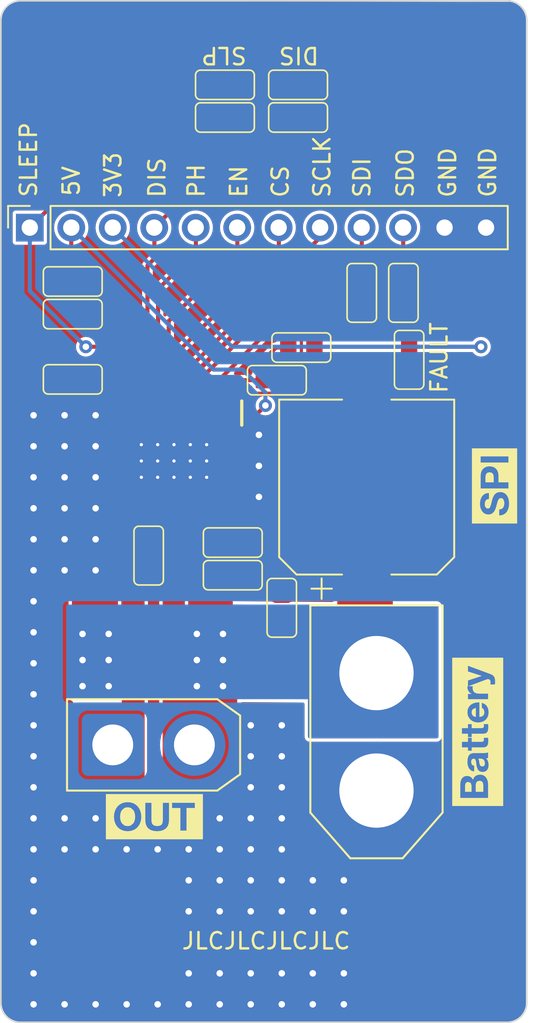
<source format=kicad_pcb>
(kicad_pcb (version 20221018) (generator pcbnew)
  (layers (0 "F.Cu" signal) (31 "B.Cu" signal) (34 "B.Paste" user) (35 "F.Paste" user) (36 "B.SilkS" user "B.Silkscreen") (37 "F.SilkS" user "F.Silkscreen") (38 "B.Mask" user) (39 "F.Mask" user) (44 "Edge.Cuts" user))
  (net 0 "")
  (net 1 "GND")
  (net 2 "+3V3")
  (net 3 "+12V")
  (net 4 "+5V")
  (net 5 "Net-(U1-CPH)")
  (net 6 "Net-(U1-CPL)")
  (net 7 "/OUT1")
  (net 8 "/OUT2")
  (net 9 "/nFAULT")
  (net 10 "/nSLEEP")
  (net 11 "Net-(U1-SRC_1)")
  (net 12 "/M SDO")
  (net 13 "/M SDI")
  (net 14 "/M SCLK")
  (net 15 "/EN{slash}IN1")
  (net 16 "/PH{slash}IN2")
  (net 17 "/DISABLE")
  (net 18 "/M CS")
  (net 19 "Net-(U1-SDO)")
  (net 20 "Net-(U1-SDI)")
  (net 21 "Net-(D1-K)")
  (net 22 "/VCP")
  (net 23 "/IPROPI2")
  (net 24 "/IPROPI1")
  (net 25 "Net-(D2-K)")
  (net 26 "Net-(D3-K)")
  (footprint "test:led0603" (layer "F.Cu") (at 148.12 83.95 180)
    (fp_text reference "D3" hide)
    (fp_text value "LED")
    (pad "1" smd roundrect (at -0.8 0 180) (size 1 1) (layers "F.Cu" "F.Mask") (roundrect_rratio 0.1) (net 26 "Net-(D3-K)"))
    (pad "2" smd roundrect (at 0.8 0 180) (size 1 1) (layers "F.Cu" "F.Mask") (roundrect_rratio 0.1) (net 10 "/nSLEEP"))
  )
  (footprint "test:res0603" (layer "F.Cu") (at 138.8 100 180)
    (fp_text reference "R7" hide)
    (fp_text value "390")
    (pad "1" smd roundrect (at -0.8 0 180) (size 1 1) (layers "F.Cu" "F.Paste" "F.Mask") (roundrect_rratio 0.1) (net 23 "/IPROPI2"))
    (pad "2" smd roundrect (at 0.8 0 180) (size 1 1) (layers "F.Cu" "F.Paste" "F.Mask") (roundrect_rratio 0.1) (net 1 "GND"))
  )
  (footprint "test:res0603" (layer "F.Cu") (at 143.45 110.8 90)
    (fp_text reference "R4" hide)
    (fp_text value "0" hide)
    (pad "1" smd roundrect (at -0.8 0 90) (size 1 1) (layers "F.Cu" "F.Paste" "F.Mask") (roundrect_rratio 0.1) (net 1 "GND"))
    (pad "2" smd roundrect (at 0.8 0 90) (size 1 1) (layers "F.Cu" "F.Paste" "F.Mask") (roundrect_rratio 0.1) (net 11 "Net-(U1-SRC_1)"))
  )
  (footprint "test:led0603" (layer "F.Cu") (at 159.4 98.8 90)
    (fp_text reference "D1" hide)
    (fp_text value "LED")
    (pad "1" smd roundrect (at -0.8 0 90) (size 1 1) (layers "F.Cu" "F.Mask") (roundrect_rratio 0.1) (net 21 "Net-(D1-K)"))
    (pad "2" smd roundrect (at 0.8 0 90) (size 1 1) (layers "F.Cu" "F.Mask") (roundrect_rratio 0.1) (net 2 "+3V3"))
  )
  (footprint "Connector_PinSocket_2.54mm:PinSocket_1x12_P2.54mm_Vertical" (layer "F.Cu") (at 136.17 90.7 90)
    (fp_text reference "J3" hide)
    (fp_text value "Conn_01x12")
    (pad "1" thru_hole rect (at 0 0 90) (size 1.7 1.7) (drill 1) (layers "*.Cu" "*.Mask") (net 10 "/nSLEEP"))
    (pad "2" thru_hole oval (at 0 2.54 90) (size 1.7 1.7) (drill 1) (layers "*.Cu" "*.Mask") (net 4 "+5V"))
    (pad "3" thru_hole oval (at 0 5.08 90) (size 1.7 1.7) (drill 1) (layers "*.Cu" "*.Mask") (net 2 "+3V3"))
    (pad "4" thru_hole oval (at 0 7.62 90) (size 1.7 1.7) (drill 1) (layers "*.Cu" "*.Mask") (net 17 "/DISABLE"))
    (pad "5" thru_hole oval (at 0 10.16 90) (size 1.7 1.7) (drill 1) (layers "*.Cu" "*.Mask") (net 16 "/PH{slash}IN2"))
    (pad "6" thru_hole oval (at 0 12.7 90) (size 1.7 1.7) (drill 1) (layers "*.Cu" "*.Mask") (net 15 "/EN{slash}IN1"))
    (pad "7" thru_hole oval (at 0 15.24 90) (size 1.7 1.7) (drill 1) (layers "*.Cu" "*.Mask") (net 18 "/M CS"))
    (pad "8" thru_hole oval (at 0 17.78 90) (size 1.7 1.7) (drill 1) (layers "*.Cu" "*.Mask") (net 14 "/M SCLK"))
    (pad "9" thru_hole oval (at 0 20.32 90) (size 1.7 1.7) (drill 1) (layers "*.Cu" "*.Mask") (net 13 "/M SDI"))
    (pad "10" thru_hole oval (at 0 22.86 90) (size 1.7 1.7) (drill 1) (layers "*.Cu" "*.Mask") (net 12 "/M SDO"))
    (pad "11" thru_hole oval (at 0 25.4 90) (size 1.7 1.7) (drill 1) (layers "*.Cu" "*.Mask") (net 1 "GND"))
    (pad "12" thru_hole oval (at 0 27.94 90) (size 1.7 1.7) (drill 1) (layers "*.Cu" "*.Mask") (net 1 "GND"))
  )
  (footprint "test:AMASS_XT30-F" (layer "F.Cu") (at 143.75 122.4)
    (fp_text reference "J2" hide)
    (fp_text value "Conn_01x02" hide)
    (pad "1" thru_hole circle (at 2.5 0 180) (size 3.8 3.8) (drill 2.5) (layers "*.Cu" "*.Mask") (net 7 "/OUT1"))
    (pad "2" thru_hole roundrect (at -2.5 0 180) (size 3.8 3.8) (drill 2.5) (layers "*.Cu" "*.Mask") (roundrect_rratio 0.1) (net 8 "/OUT2"))
  )
  (footprint "test:cap0603" (layer "F.Cu") (at 148.6 110)
    (fp_text reference "C5" hide)
    (fp_text value "47n")
    (pad "1" smd roundrect (at -0.8 0) (size 1 1) (layers "F.Cu" "F.Paste" "F.Mask") (roundrect_rratio 0.1) (net 5 "Net-(U1-CPH)"))
    (pad "2" smd roundrect (at 0.8 0) (size 1 1) (layers "F.Cu" "F.Paste" "F.Mask") (roundrect_rratio 0.1) (net 6 "Net-(U1-CPL)"))
  )
  (footprint "test:res0603" (layer "F.Cu") (at 138.8 96 180)
    (fp_text reference "R8" hide)
    (fp_text value "390" hide)
    (pad "1" smd roundrect (at -0.8 0 180) (size 1 1) (layers "F.Cu" "F.Paste" "F.Mask") (roundrect_rratio 0.1) (net 24 "/IPROPI1"))
    (pad "2" smd roundrect (at 0.8 0 180) (size 1 1) (layers "F.Cu" "F.Paste" "F.Mask") (roundrect_rratio 0.1) (net 1 "GND"))
  )
  (footprint "test:SOP65P640X120-25N" (layer "F.Cu") (at 145 105 -90)
    (fp_text reference "U1" hide)
    (fp_text value "DRV8873SPWPRQ1" hide)
    (pad "1" smd roundrect (at -2.938 -3.575) (size 0.45 1.475) (layers "F.Cu" "F.Paste" "F.Mask") (net 4 "+5V"))
    (pad "2" smd roundrect (at -2.938 -2.925) (size 0.45 1.475) (layers "F.Cu" "F.Paste" "F.Mask") (net 9 "/nFAULT"))
    (pad "3" smd roundrect (at -2.938 -2.275) (size 0.45 1.475) (layers "F.Cu" "F.Paste" "F.Mask") (net 19 "Net-(U1-SDO)"))
    (pad "4" smd roundrect (at -2.938 -1.625) (size 0.45 1.475) (layers "F.Cu" "F.Paste" "F.Mask") (net 20 "Net-(U1-SDI)"))
    (pad "5" smd roundrect (at -2.938 -0.975) (size 0.45 1.475) (layers "F.Cu" "F.Paste" "F.Mask") (net 14 "/M SCLK"))
    (pad "6" smd roundrect (at -2.938 -0.325) (size 0.45 1.475) (layers "F.Cu" "F.Paste" "F.Mask") (net 18 "/M CS"))
    (pad "7" smd roundrect (at -2.938 0.325) (size 0.45 1.475) (layers "F.Cu" "F.Paste" "F.Mask") (net 15 "/EN{slash}IN1"))
    (pad "8" smd roundrect (at -2.938 0.975) (size 0.45 1.475) (layers "F.Cu" "F.Paste" "F.Mask") (net 16 "/PH{slash}IN2"))
    (pad "9" smd roundrect (at -2.938 1.625) (size 0.45 1.475) (layers "F.Cu" "F.Paste" "F.Mask") (net 17 "/DISABLE"))
    (pad "10" smd roundrect (at -2.938 2.275) (size 0.45 1.475) (layers "F.Cu" "F.Paste" "F.Mask") (net 24 "/IPROPI1"))
    (pad "11" smd roundrect (at -2.938 2.925) (size 0.45 1.475) (layers "F.Cu" "F.Paste" "F.Mask") (net 10 "/nSLEEP"))
    (pad "12" smd roundrect (at -2.938 3.575) (size 0.45 1.475) (layers "F.Cu" "F.Paste" "F.Mask") (net 23 "/IPROPI2"))
    (pad "13" smd roundrect (at 2.938 3.575) (size 0.45 1.475) (layers "F.Cu" "F.Paste" "F.Mask") (net 3 "+12V"))
    (pad "14" smd roundrect (at 2.938 2.925) (size 0.45 1.475) (layers "F.Cu" "F.Paste" "F.Mask") (net 8 "/OUT2"))
    (pad "15" smd roundrect (at 2.938 2.275) (size 0.45 1.475) (layers "F.Cu" "F.Paste" "F.Mask") (net 8 "/OUT2"))
    (pad "16" smd roundrect (at 2.938 1.625) (size 0.45 1.475) (layers "F.Cu" "F.Paste" "F.Mask") (net 11 "Net-(U1-SRC_1)"))
    (pad "17" smd roundrect (at 2.938 0.975) (size 0.45 1.475) (layers "F.Cu" "F.Paste" "F.Mask") (net 11 "Net-(U1-SRC_1)"))
    (pad "18" smd roundrect (at 2.938 0.325) (size 0.45 1.475) (layers "F.Cu" "F.Paste" "F.Mask") (net 7 "/OUT1"))
    (pad "19" smd roundrect (at 2.938 -0.325) (size 0.45 1.475) (layers "F.Cu" "F.Paste" "F.Mask") (net 7 "/OUT1"))
    (pad "20" smd roundrect (at 2.938 -0.975) (size 0.45 1.475) (layers "F.Cu" "F.Paste" "F.Mask") (net 3 "+12V"))
    (pad "21" smd roundrect (at 2.938 -1.625) (size 0.45 1.475) (layers "F.Cu" "F.Paste" "F.Mask") (net 22 "/VCP"))
    (pad "22" smd roundrect (at 2.938 -2.275) (size 0.45 1.475) (layers "F.Cu" "F.Paste" "F.Mask") (net 5 "Net-(U1-CPH)"))
    (pad "23" smd roundrect (at 2.938 -2.925) (size 0.45 1.475) (layers "F.Cu" "F.Paste" "F.Mask") (net 6 "Net-(U1-CPL)"))
    (pad "24" smd roundrect (at 2.938 -3.575) (size 0.45 1.475) (layers "F.Cu" "F.Paste" "F.Mask") (net 1 "GND"))
    (pad "25" thru_hole circle (at -1 -2 270) (size 0.4 0.4) (drill 0.2) (layers "*.Cu" "*.Mask") (net 1 "GND"))
    (pad "25" thru_hole circle (at -1 -1 270) (size 0.4 0.4) (drill 0.2) (layers "*.Cu" "*.Mask") (net 1 "GND"))
    (pad "25" thru_hole circle (at -1 0 270) (size 0.4 0.4) (drill 0.2) (layers "*.Cu" "*.Mask") (net 1 "GND"))
    (pad "25" thru_hole circle (at -1 1 270) (size 0.4 0.4) (drill 0.2) (layers "*.Cu" "*.Mask") (net 1 "GND"))
    (pad "25" thru_hole circle (at -1 2 270) (size 0.4 0.4) (drill 0.2) (layers "*.Cu" "*.Mask") (net 1 "GND"))
    (pad "25" thru_hole circle (at 0 -2 270) (size 0.4 0.4) (drill 0.2) (layers "*.Cu" "*.Mask") (net 1 "GND"))
    (pad "25" thru_hole circle (at 0 -1 270) (size 0.4 0.4) (drill 0.2) (layers "*.Cu" "*.Mask") (net 1 "GND"))
    (pad "25" thru_hole circle (at 0 0 270) (size 0.4 0.4) (drill 0.2) (layers "*.Cu" "*.Mask") (net 1 "GND"))
    (pad "25" smd roundrect (at 0 0 270) (size 3.2 5.2) (layers "F.Cu" "F.Paste" "F.Mask") (roundrect_rratio 0.05) (net 1 "GND"))
    (pad "25" thru_hole circle (at 0 1 270) (size 0.4 0.4) (drill 0.2) (layers "*.Cu" "*.Mask") (net 1 "GND"))
    (pad "25" thru_hole circle (at 0 2 270) (size 0.4 0.4) (drill 0.2) (layers "*.Cu" "*.Mask") (net 1 "GND"))
    (pad "25" thru_hole circle (at 1 -2 270) (size 0.4 0.4) (drill 0.2) (layers "*.Cu" "*.Mask") (net 1 "GND"))
    (pad "25" thru_hole circle (at 1 -1 270) (size 0.4 0.4) (drill 0.2) (layers "*.Cu" "*.Mask") (net 1 "GND"))
    (pad "25" thru_hole circle (at 1 0 270) (size 0.4 0.4) (drill 0.2) (layers "*.Cu" "*.Mask") (net 1 "GND"))
    (pad "25" thru_hole circle (at 1 1 270) (size 0.4 0.4) (drill 0.2) (layers "*.Cu" "*.Mask") (net 1 "GND"))
    (pad "25" thru_hole circle (at 1 2 270) (size 0.4 0.4) (drill 0.2) (layers "*.Cu" "*.Mask") (net 1 "GND"))
  )
  (footprint "test:res0603" (layer "F.Cu") (at 148.12 81.95 180)
    (fp_text reference "R9" hide)
    (fp_text value "330")
    (pad "1" smd roundrect (at -0.8 0 180) (size 1 1) (layers "F.Cu" "F.Paste" "F.Mask") (roundrect_rratio 0.1) (net 26 "Net-(D3-K)"))
    (pad "2" smd roundrect (at 0.8 0 180) (size 1 1) (layers "F.Cu" "F.Paste" "F.Mask") (roundrect_rratio 0.1) (net 1 "GND"))
  )
  (footprint "test:cap0603" (layer "F.Cu") (at 138.8 94)
    (fp_text reference "C2" hide)
    (fp_text value "1u")
    (pad "1" smd roundrect (at -0.8 0) (size 1 1) (layers "F.Cu" "F.Paste" "F.Mask") (roundrect_rratio 0.1) (net 4 "+5V"))
    (pad "2" smd roundrect (at 0.8 0) (size 1 1) (layers "F.Cu" "F.Paste" "F.Mask") (roundrect_rratio 0.1) (net 1 "GND"))
  )
  (footprint "test:res0603" (layer "F.Cu") (at 159.05 94.7 90)
    (fp_text reference "R5" hide)
    (fp_text value "0" hide)
    (pad "1" smd roundrect (at -0.8 0 90) (size 1 1) (layers "F.Cu" "F.Paste" "F.Mask") (roundrect_rratio 0.1) (net 19 "Net-(U1-SDO)"))
    (pad "2" smd roundrect (at 0.8 0 90) (size 1 1) (layers "F.Cu" "F.Paste" "F.Mask") (roundrect_rratio 0.1) (net 12 "/M SDO"))
  )
  (footprint "test:cap0603" (layer "F.Cu") (at 151.6 114 90)
    (fp_text reference "C4" hide)
    (fp_text value "0u1")
    (pad "1" smd roundrect (at -0.8 0 90) (size 1 1) (layers "F.Cu" "F.Paste" "F.Mask") (roundrect_rratio 0.1) (net 3 "+12V"))
    (pad "2" smd roundrect (at 0.8 0 90) (size 1 1) (layers "F.Cu" "F.Paste" "F.Mask") (roundrect_rratio 0.1) (net 1 "GND"))
  )
  (footprint "test:res0603" (layer "F.Cu") (at 152.8 98.05 180)
    (fp_text reference "R2" hide)
    (fp_text value "10K" hide)
    (pad "1" smd roundrect (at -0.8 0 180) (size 1 1) (layers "F.Cu" "F.Paste" "F.Mask") (roundrect_rratio 0.1) (net 2 "+3V3"))
    (pad "2" smd roundrect (at 0.8 0 180) (size 1 1) (layers "F.Cu" "F.Paste" "F.Mask") (roundrect_rratio 0.1) (net 9 "/nFAULT"))
  )
  (footprint "test:cap0603" (layer "F.Cu") (at 148.6 112)
    (fp_text reference "C1" hide)
    (fp_text value "1u")
    (pad "1" smd roundrect (at -0.8 0) (size 1 1) (layers "F.Cu" "F.Paste" "F.Mask") (roundrect_rratio 0.1) (net 3 "+12V"))
    (pad "2" smd roundrect (at 0.8 0) (size 1 1) (layers "F.Cu" "F.Paste" "F.Mask") (roundrect_rratio 0.1) (net 22 "/VCP"))
  )
  (footprint "test:res0603" (layer "F.Cu") (at 151.3 100.05 180)
    (fp_text reference "R1" hide)
    (fp_text value "330" hide)
    (pad "1" smd roundrect (at -0.8 0 180) (size 1 1) (layers "F.Cu" "F.Paste" "F.Mask") (roundrect_rratio 0.1) (net 21 "Net-(D1-K)"))
    (pad "2" smd roundrect (at 0.8 0 180) (size 1 1) (layers "F.Cu" "F.Paste" "F.Mask") (roundrect_rratio 0.1) (net 9 "/nFAULT"))
  )
  (footprint "kibuzzard-6569A174" (layer "F.Cu") (at 143.8 126.8)
    (fp_text reference "kibuzzard-6569A174" hide)
    (fp_text value "G***" hide)
  )
  (footprint "test:res0603" (layer "F.Cu") (at 152.6 81.95 180)
    (fp_text reference "R3" hide)
    (fp_text value "330" hide)
    (pad "1" smd roundrect (at -0.8 0 180) (size 1 1) (layers "F.Cu" "F.Paste" "F.Mask") (roundrect_rratio 0.1) (net 25 "Net-(D2-K)"))
    (pad "2" smd roundrect (at 0.8 0 180) (size 1 1) (layers "F.Cu" "F.Paste" "F.Mask") (roundrect_rratio 0.1) (net 1 "GND"))
  )
  (footprint "test:AMASS_XT60-M" (layer "F.Cu") (at 157.4 121.6 -90)
    (fp_text reference "J1" hide)
    (fp_text value "Conn_01x02" hide)
    (pad "1" thru_hole circle (at 3.6 0 270) (size 6 6) (drill 4.55) (layers "*.Cu" "*.Mask") (net 1 "GND"))
    (pad "2" thru_hole rect (at -3.6 0 270) (size 6 6) (drill 4.55) (layers "*.Cu" "*.Mask") (net 3 "+12V"))
  )
  (footprint "test:led0603" (layer "F.Cu") (at 152.6 83.95 180)
    (fp_text reference "D2" hide)
    (fp_text value "LED")
    (pad "1" smd roundrect (at -0.8 0 180) (size 1 1) (layers "F.Cu" "F.Mask") (roundrect_rratio 0.1) (net 25 "Net-(D2-K)"))
    (pad "2" smd roundrect (at 0.8 0 180) (size 1 1) (layers "F.Cu" "F.Mask") (roundrect_rratio 0.1) (net 17 "/DISABLE"))
  )
  (footprint "Capacitor_SMD:CP_Elec_10x10.5" (layer "F.Cu") (at 156.8 106.599999 90)
    (fp_text reference "C3" hide)
    (fp_text value "470u")
    (pad "1" smd roundrect (at -4.2 0 90) (size 4.4 2.5) (layers "F.Cu" "F.Paste" "F.Mask") (roundrect_rratio 0.1) (net 3 "+12V"))
    (pad "2" smd roundrect (at 4.2 0 90) (size 4.4 2.5) (layers "F.Cu" "F.Paste" "F.Mask") (roundrect_rratio 0.1) (net 1 "GND"))
  )
  (footprint "kibuzzard-6569A163" (layer "F.Cu") (at 163.6 121.6 90)
    (fp_text reference "kibuzzard-6569A163" hide)
    (fp_text value "G***" hide)
  )
  (footprint "test:res0603" (layer "F.Cu") (at 156.5 94.7 -90)
    (fp_text reference "R6" hide)
    (fp_text value "0" hide)
    (pad "1" smd roundrect (at -0.8 0 270) (size 1 1) (layers "F.Cu" "F.Paste" "F.Mask") (roundrect_rratio 0.1) (net 13 "/M SDI"))
    (pad "2" smd roundrect (at 0.8 0 270) (size 1 1) (layers "F.Cu" "F.Paste" "F.Mask") (roundrect_rratio 0.1) (net 20 "Net-(U1-SDI)"))
  )
  (footprint "kibuzzard-656D5CE4" (layer "F.Cu") (at 164.63 106.53 90)
    (fp_text reference "kibuzzard-656D5CE4" hide)
    (fp_text value "G***" hide)
  )
  (gr_line (start 165.4 76.8) (end 135.6 76.8) (stroke (width 0.1)) (layer "Edge.Cuts"))
  (gr_line (start 165.4 139.4) (end 135.6 139.4) (stroke (width 0.1)) (layer "Edge.Cuts"))
  (gr_arc (start 165.4 76.8) (mid 166.248528 77.151472) (end 166.6 78) (stroke (width 0.1)) (layer "Edge.Cuts"))
  (gr_arc (start 135.6 139.4) (mid 134.751472 139.048528) (end 134.4 138.2) (stroke (width 0.1)) (layer "Edge.Cuts"))
  (gr_line (start 166.6 78) (end 166.6 138.2) (stroke (width 0.1)) (layer "Edge.Cuts"))
  (gr_line (start 134.4 138.2) (end 134.4 78) (stroke (width 0.1)) (layer "Edge.Cuts"))
  (gr_arc (start 134.4 78) (mid 134.751472 77.151472) (end 135.6 76.8) (stroke (width 0.1)) (layer "Edge.Cuts"))
  (gr_arc (start 166.6 138.2) (mid 166.248528 139.048528) (end 165.4 139.4) (stroke (width 0.1)) (layer "Edge.Cuts"))
  (gr_text "EN" (at 149.55 88.95 90) (layer "F.SilkS") (effects (font (size 1 1)) (justify left bottom)))
  (gr_text "GND" (at 164.8 88.94 90) (layer "F.SilkS") (effects (font (size 1 1)) (justify left bottom)))
  (gr_text "FAULT" (at 161.82 100.94 90) (layer "F.SilkS") (effects (font (size 1 1)) (justify left bottom)))
  (gr_text "PH" (at 146.95 88.95 90) (layer "F.SilkS") (effects (font (size 1 1)) (justify left bottom)))
  (gr_text "DIS" (at 153.96 79.56 180) (layer "F.SilkS") (effects (font (size 1 1)) (justify left bottom)))
  (gr_text "SLP" (at 149.54 79.56 180) (layer "F.SilkS") (effects (font (size 1 1)) (justify left bottom)))
  (gr_text "SCLK" (at 154.65 88.95 90) (layer "F.SilkS") (effects (font (size 1 1)) (justify left bottom)))
  (gr_text "SDO" (at 159.75 88.95 90) (layer "F.SilkS") (effects (font (size 1 1)) (justify left bottom)))
  (gr_text "SDI" (at 157.1 88.95 90) (layer "F.SilkS") (effects (font (size 1 1)) (justify left bottom)))
  (gr_text "5V" (at 139.3 88.85 90) (layer "F.SilkS") (effects (font (size 1 1)) (justify left bottom)))
  (gr_text "CS" (at 152.1 88.95 90) (layer "F.SilkS") (effects (font (size 1 1)) (justify left bottom)))
  (gr_text "GND" (at 162.35 88.95 90) (layer "F.SilkS") (effects (font (size 1 1)) (justify left bottom)))
  (gr_text "SLEEP" (at 136.68 88.92 90) (layer "F.SilkS") (effects (font (size 1 1)) (justify left bottom)))
  (gr_text "JLCJLCJLCJLC" (at 145.4 135) (layer "F.SilkS") (effects (font (size 1 1)) (justify left bottom)))
  (gr_text "3V3" (at 141.85 88.95 90) (layer "F.SilkS") (effects (font (size 1 1)) (justify left bottom)))
  (gr_text "DIS" (at 144.55 88.95 90) (layer "F.SilkS") (effects (font (size 1 1)) (justify left bottom)))
  (via (at 149.7 121.2) (size 0.8) (drill 0.4) (layers "F.Cu" "B.Cu") (net 1))
  (via (at 155.400001 132.6) (size 0.8) (drill 0.4) (layers "F.Cu" "B.Cu") (net 1))
  (via (at 136.4 123.1) (size 0.8) (drill 0.4) (layers "F.Cu" "B.Cu") (net 1))
  (via (at 151.6 126.9) (size 0.8) (drill 0.4) (layers "F.Cu" "B.Cu") (net 1))
  (via (at 140.2 128.8) (size 0.8) (drill 0.4) (layers "F.Cu" "B.Cu") (net 1))
  (via (at 138.3 102.2) (size 0.8) (drill 0.4) (layers "F.Cu" "B.Cu") (net 1))
  (via (at 136.4 106) (size 0.8) (drill 0.4) (layers "F.Cu" "B.Cu") (net 1))
  (via (at 136.4 134.5) (size 0.8) (drill 0.4) (layers "F.Cu" "B.Cu") (net 1))
  (via (at 140.2 104.1) (size 0.8) (drill 0.4) (layers "F.Cu" "B.Cu") (net 1))
  (via (at 136.4 107.9) (size 0.8) (drill 0.4) (layers "F.Cu" "B.Cu") (net 1))
  (via (at 136.399999 138.3) (size 0.8) (drill 0.4) (layers "F.Cu" "B.Cu") (net 1))
  (via (at 138.3 126.9) (size 0.8) (drill 0.4) (layers "F.Cu" "B.Cu") (net 1))
  (via (at 140.2 106) (size 0.8) (drill 0.4) (layers "F.Cu" "B.Cu") (net 1))
  (via (at 138.3 107.9) (size 0.8) (drill 0.4) (layers "F.Cu" "B.Cu") (net 1))
  (via (at 151.6 125) (size 0.8) (drill 0.4) (layers "F.Cu" "B.Cu") (net 1))
  (via (at 151.6 136.4) (size 0.8) (drill 0.4) (layers "F.Cu" "B.Cu") (net 1))
  (via (at 140.2 102.2) (size 0.8) (drill 0.4) (layers "F.Cu" "B.Cu") (net 1))
  (via (at 136.4 119.3) (size 0.8) (drill 0.4) (layers "F.Cu" "B.Cu") (net 1))
  (via (at 138.3 138.3) (size 0.8) (drill 0.4) (layers "F.Cu" "B.Cu") (net 1))
  (via (at 144 138.3) (size 0.8) (drill 0.4) (layers "F.Cu" "B.Cu") (net 1))
  (via (at 144 128.8) (size 0.8) (drill 0.4) (layers "F.Cu" "B.Cu") (net 1))
  (via (at 142.1 128.8) (size 0.8) (drill 0.4) (layers "F.Cu" "B.Cu") (net 1))
  (via (at 150.2 107.2) (size 0.8) (drill 0.4) (layers "F.Cu" "B.Cu") (net 1))
  (via (at 145.9 138.3) (size 0.8) (drill 0.4) (layers "F.Cu" "B.Cu") (net 1))
  (via (at 136.4 113.6) (size 0.8) (drill 0.4) (layers "F.Cu" "B.Cu") (net 1))
  (via (at 150.2 105.3) (size 0.8) (drill 0.4) (layers "F.Cu" "B.Cu") (net 1))
  (via (at 138.3 104.1) (size 0.8) (drill 0.4) (layers "F.Cu" "B.Cu") (net 1))
  (via (at 147.8 138.3) (size 0.8) (drill 0.4) (layers "F.Cu" "B.Cu") (net 1))
  (via (at 136.4 130.7) (size 0.8) (drill 0.4) (layers "F.Cu" "B.Cu") (net 1))
  (via (at 147.799999 128.8) (size 0.8) (drill 0.4) (layers "F.Cu" "B.Cu") (net 1))
  (via (at 145.9 136.4) (size 0.8) (drill 0.4) (layers "F.Cu" "B.Cu") (net 1))
  (via (at 149.7 136.4) (size 0.8) (drill 0.4) (layers "F.Cu" "B.Cu") (net 1))
  (via (at 136.4 117.4) (size 0.8) (drill 0.4) (layers "F.Cu" "B.Cu") (net 1))
  (via (at 140.2 126.9) (size 0.8) (drill 0.4) (layers "F.Cu" "B.Cu") (net 1))
  (via (at 136.4 109.8) (size 0.8) (drill 0.4) (layers "F.Cu" "B.Cu") (net 1))
  (via (at 138.3 128.8) (size 0.8) (drill 0.4) (layers "F.Cu" "B.Cu") (net 1))
  (via (at 153.5 138.3) (size 0.8) (drill 0.4) (layers "F.Cu" "B.Cu") (net 1))
  (via (at 149.7 132.6) (size 0.8) (drill 0.4) (layers "F.Cu" "B.Cu") (net 1))
  (via (at 136.4 126.9) (size 0.8) (drill 0.4) (layers "F.Cu" "B.Cu") (net 1))
  (via (at 147.8 130.7) (size 0.8) (drill 0.4) (layers "F.Cu" "B.Cu") (net 1))
  (via (at 153.5 136.4) (size 0.8) (drill 0.4) (layers "F.Cu" "B.Cu") (net 1))
  (via (at 136.4 136.4) (size 0.8) (drill 0.4) (layers "F.Cu" "B.Cu") (net 1))
  (via (at 136.4 104.1) (size 0.8) (drill 0.4) (layers "F.Cu" "B.Cu") (net 1))
  (via (at 155.400001 130.7) (size 0.8) (drill 0.4) (layers "F.Cu" "B.Cu") (net 1))
  (via (at 136.4 121.2) (size 0.8) (drill 0.4) (layers "F.Cu" "B.Cu") (net 1))
  (via (at 142.1 138.3) (size 0.8) (drill 0.4) (layers "F.Cu" "B.Cu") (net 1))
  (via (at 145.9 130.7) (size 0.8) (drill 0.4) (layers "F.Cu" "B.Cu") (net 1))
  (via (at 145.9 132.6) (size 0.8) (drill 0.4) (layers "F.Cu" "B.Cu") (net 1))
  (via (at 138.3 109.8) (size 0.8) (drill 0.4) (layers "F.Cu" "B.Cu") (net 1))
  (via (at 153.5 130.7) (size 0.8) (drill 0.4) (layers "F.Cu" "B.Cu") (net 1))
  (via (at 136.4 128.8) (size 0.8) (drill 0.4) (layers "F.Cu" "B.Cu") (net 1))
  (via (at 147.8 126.9) (size 0.8) (drill 0.4) (layers "F.Cu" "B.Cu") (net 1))
  (via (at 149.7 126.9) (size 0.8) (drill 0.4) (layers "F.Cu" "B.Cu") (net 1))
  (via (at 147.8 136.4) (size 0.8) (drill 0.4) (layers "F.Cu" "B.Cu") (net 1))
  (via (at 140.2 111.7) (size 0.8) (drill 0.4) (layers "F.Cu" "B.Cu") (net 1))
  (via (at 136.4 125) (size 0.8) (drill 0.4) (layers "F.Cu" "B.Cu") (net 1))
  (via (at 155.400001 138.3) (size 0.8) (drill 0.4) (layers "F.Cu" "B.Cu") (net 1))
  (via (at 149.7 123.1) (size 0.8) (drill 0.4) (layers "F.Cu" "B.Cu") (net 1))
  (via (at 149.7 138.3) (size 0.8) (drill 0.4) (layers "F.Cu" "B.Cu") (net 1))
  (via (at 136.4 132.6) (size 0.8) (drill 0.4) (layers "F.Cu" "B.Cu") (net 1))
  (via (at 138.3 111.7) (size 0.8) (drill 0.4) (layers "F.Cu" "B.Cu") (net 1))
  (via (at 155.400001 136.4) (size 0.8) (drill 0.4) (layers "F.Cu" "B.Cu") (net 1))
  (via (at 145.900001 128.8) (size 0.8) (drill 0.4) (layers "F.Cu" "B.Cu") (net 1))
  (via (at 140.2 109.8) (size 0.8) (drill 0.4) (layers "F.Cu" "B.Cu") (net 1))
  (via (at 140.2 107.9) (size 0.8) (drill 0.4) (layers "F.Cu" "B.Cu") (net 1))
  (via (at 138.3 106) (size 0.8) (drill 0.4) (layers "F.Cu" "B.Cu") (net 1))
  (via (at 147.8 132.6) (size 0.8) (drill 0.4) (layers "F.Cu" "B.Cu") (net 1))
  (via (at 149.7 130.7) (size 0.8) (drill 0.4) (layers "F.Cu" "B.Cu") (net 1))
  (via (at 149.7 128.8) (size 0.8) (drill 0.4) (layers "F.Cu" "B.Cu") (net 1))
  (via (at 149.7 125) (size 0.8) (drill 0.4) (layers "F.Cu" "B.Cu") (net 1))
  (via (at 151.6 123.1) (size 0.8) (drill 0.4) (layers "F.Cu" "B.Cu") (net 1))
  (via (at 151.6 138.3) (size 0.8) (drill 0.4) (layers "F.Cu" "B.Cu") (net 1))
  (via (at 150.2 103.4) (size 0.8) (drill 0.4) (layers "F.Cu" "B.Cu") (net 1))
  (via (at 153.5 132.6) (size 0.8) (drill 0.4) (layers "F.Cu" "B.Cu") (net 1))
  (via (at 136.4 115.5) (size 0.8) (drill 0.4) (layers "F.Cu" "B.Cu") (net 1))
  (via (at 151.6 132.6) (size 0.8) (drill 0.4) (layers "F.Cu" "B.Cu") (net 1))
  (via (at 136.4 111.7) (size 0.8) (drill 0.4) (layers "F.Cu" "B.Cu") (net 1))
  (via (at 151.6 128.8) (size 0.8) (drill 0.4) (layers "F.Cu" "B.Cu") (net 1))
  (via (at 136.4 102.2) (size 0.8) (drill 0.4) (layers "F.Cu" "B.Cu") (net 1))
  (via (at 151.6 130.7) (size 0.8) (drill 0.4) (layers "F.Cu" "B.Cu") (net 1))
  (via (at 151.6 121.2) (size 0.8) (drill 0.4) (layers "F.Cu" "B.Cu") (net 1))
  (via (at 140.2 138.3) (size 0.8) (drill 0.4) (layers "F.Cu" "B.Cu") (net 1))
  (segment (start 153.6 98.05) (end 153.65 98) (width 0.25) (layer "F.Cu") (net 2))
  (segment (start 153.65 98) (end 159.4 98) (width 0.25) (layer "F.Cu") (net 2))
  (segment (start 159.4 98) (end 163.8 98) (width 0.25) (layer "F.Cu") (net 2))
  (via (at 163.8 98) (size 0.8) (drill 0.4) (layers "F.Cu" "B.Cu") (net 2))
  (segment (start 148.56 98) (end 141.26 90.7) (width 0.25) (layer "B.Cu") (net 2))
  (segment (start 163.8 98) (end 148.56 98) (width 0.25) (layer "B.Cu") (net 2))
  (via (at 139.4 118.8) (size 0.8) (drill 0.4) (layers "F.Cu" "B.Cu") (net 3))
  (via (at 148 118.8) (size 0.8) (drill 0.4) (layers "F.Cu" "B.Cu") (net 3))
  (via (at 148 115.6) (size 0.8) (drill 0.4) (layers "F.Cu" "B.Cu") (net 3))
  (via (at 146.4 117.2) (size 0.8) (drill 0.4) (layers "F.Cu" "B.Cu") (net 3))
  (via (at 146.4 118.8) (size 0.8) (drill 0.4) (layers "F.Cu" "B.Cu") (net 3))
  (via (at 141 117.2) (size 0.8) (drill 0.4) (layers "F.Cu" "B.Cu") (net 3))
  (via (at 139.4 115.6) (size 0.8) (drill 0.4) (layers "F.Cu" "B.Cu") (net 3))
  (via (at 141 115.6) (size 0.8) (drill 0.4) (layers "F.Cu" "B.Cu") (net 3))
  (via (at 146.4 115.6) (size 0.8) (drill 0.4) (layers "F.Cu" "B.Cu") (net 3))
  (via (at 148 117.2) (size 0.8) (drill 0.4) (layers "F.Cu" "B.Cu") (net 3))
  (via (at 141 118.8) (size 0.8) (drill 0.4) (layers "F.Cu" "B.Cu") (net 3))
  (via (at 139.4 117.2) (size 0.8) (drill 0.4) (layers "F.Cu" "B.Cu") (net 3))
  (segment (start 138 94) (end 138.71 93.29) (width 0.25) (layer "F.Cu") (net 4))
  (segment (start 150.138 102.062) (end 148.575 102.062) (width 0.25) (layer "F.Cu") (net 4))
  (segment (start 150.6 101.6) (end 150.138 102.062) (width 0.25) (layer "F.Cu") (net 4))
  (segment (start 138.71 93.29) (end 138.71 90.7) (width 0.25) (layer "F.Cu") (net 4))
  (via (at 150.6 101.6) (size 0.8) (drill 0.4) (layers "F.Cu" "B.Cu") (net 4))
  (segment (start 147.42 99.4) (end 138.72 90.7) (width 0.25) (layer "B.Cu") (net 4))
  (segment (start 150.6 101.6) (end 150.6 100.8) (width 0.25) (layer "B.Cu") (net 4))
  (segment (start 149.2 99.4) (end 147.42 99.4) (width 0.25) (layer "B.Cu") (net 4))
  (segment (start 150.6 100.8) (end 149.2 99.4) (width 0.25) (layer "B.Cu") (net 4))
  (segment (start 147.275 107.938) (end 147.275 109.475) (width 0.25) (layer "F.Cu") (net 5))
  (segment (start 147.275 109.475) (end 147.8 110) (width 0.25) (layer "F.Cu") (net 5))
  (segment (start 148 109.1) (end 149 109.1) (width 0.25) (layer "F.Cu") (net 6))
  (segment (start 149 109.1) (end 149.4 109.5) (width 0.25) (layer "F.Cu") (net 6))
  (segment (start 147.925 109.025) (end 148 109.1) (width 0.25) (layer "F.Cu") (net 6))
  (segment (start 147.925 107.938) (end 147.925 109.025) (width 0.25) (layer "F.Cu") (net 6))
  (segment (start 149.4 109.5) (end 149.4 110) (width 0.25) (layer "F.Cu") (net 6))
  (segment (start 150.5 98.8) (end 151.25 98.05) (width 0.25) (layer "F.Cu") (net 9))
  (segment (start 150.5 100.05) (end 150.5 98.8) (width 0.25) (layer "F.Cu") (net 9))
  (segment (start 147.925 100.975) (end 148.85 100.05) (width 0.25) (layer "F.Cu") (net 9))
  (segment (start 151.25 98.05) (end 152 98.05) (width 0.25) (layer "F.Cu") (net 9))
  (segment (start 148.85 100.05) (end 150.5 100.05) (width 0.25) (layer "F.Cu") (net 9))
  (segment (start 147.925 102.062) (end 147.925 100.975) (width 0.25) (layer "F.Cu") (net 9))
  (segment (start 139.71 87.16) (end 136.17 90.7) (width 0.25) (layer "F.Cu") (net 10))
  (segment (start 147.32 83.95) (end 144.11 87.16) (width 0.25) (layer "F.Cu") (net 10))
  (segment (start 141.33 98.68) (end 142.075 99.425) (width 0.25) (layer "F.Cu") (net 10))
  (segment (start 139.6 98) (end 140.65 98) (width 0.25) (layer "F.Cu") (net 10))
  (segment (start 144.11 87.16) (end 139.71 87.16) (width 0.25) (layer "F.Cu") (net 10))
  (segment (start 142.075 99.425) (end 142.075 102.062) (width 0.25) (layer "F.Cu") (net 10))
  (segment (start 140.65 98) (end 141.33 98.68) (width 0.25) (layer "F.Cu") (net 10))
  (via (at 139.6 98) (size 0.8) (drill 0.4) (layers "F.Cu" "B.Cu") (net 10))
  (segment (start 139.6 98) (end 139.59 98) (width 0.25) (layer "B.Cu") (net 10))
  (segment (start 139.59 98) (end 136.17 94.58) (width 0.25) (layer "B.Cu") (net 10))
  (segment (start 136.17 94.58) (end 136.17 90.7) (width 0.25) (layer "B.Cu") (net 10))
  (segment (start 159.04 93.89) (end 159.05 93.9) (width 0.25) (layer "F.Cu") (net 12))
  (segment (start 159.04 90.7) (end 159.04 93.89) (width 0.25) (layer "F.Cu") (net 12))
  (segment (start 156.5 90.7) (end 156.5 93.9) (width 0.25) (layer "F.Cu") (net 13))
  (segment (start 153.96 90.7) (end 153.96 91.29) (width 0.25) (layer "F.Cu") (net 14))
  (segment (start 145.975 99.275) (end 145.975 102.062) (width 0.25) (layer "F.Cu") (net 14))
  (segment (start 153.96 91.29) (end 145.975 99.275) (width 0.25) (layer "F.Cu") (net 14))
  (segment (start 148.88 90.7) (end 148.88 92.22) (width 0.25) (layer "F.Cu") (net 15))
  (segment (start 148.88 92.22) (end 144.675 96.425) (width 0.25) (layer "F.Cu") (net 15))
  (segment (start 144.675 96.425) (end 144.675 102.062) (width 0.25) (layer "F.Cu") (net 15))
  (segment (start 144.025 102.062) (end 144.025 94.475) (width 0.25) (layer "F.Cu") (net 16))
  (segment (start 146.34 92.16) (end 146.34 90.7) (width 0.25) (layer "F.Cu") (net 16))
  (segment (start 144.025 94.475) (end 146.34 92.16) (width 0.25) (layer "F.Cu") (net 16))
  (segment (start 151.8 83.95) (end 150.975 84.775) (width 0.25) (layer "F.Cu") (net 17))
  (segment (start 143.8 90.7) (end 143.8 92.6) (width 0.25) (layer "F.Cu") (net 17))
  (segment (start 143.375 93.025) (end 143.375 102.062) (width 0.25) (layer "F.Cu") (net 17))
  (segment (start 143.8 92.6) (end 143.375 93.025) (width 0.25) (layer "F.Cu") (net 17))
  (segment (start 149.715 84.775) (end 143.79 90.7) (width 0.25) (layer "F.Cu") (net 17))
  (segment (start 150.975 84.775) (end 149.715 84.775) (width 0.25) (layer "F.Cu") (net 17))
  (segment (start 151.42 92.13) (end 145.325 98.225) (width 0.25) (layer "F.Cu") (net 18))
  (segment (start 145.325 98.225) (end 145.325 102.062) (width 0.25) (layer "F.Cu") (net 18))
  (segment (start 151.42 90.7) (end 151.42 92.13) (width 0.25) (layer "F.Cu") (net 18))
  (segment (start 147.275 100.525) (end 147.275 102.062) (width 0.25) (layer "F.Cu") (net 19))
  (segment (start 159.05 95.5) (end 159.05 96.45) (width 0.25) (layer "F.Cu") (net 19))
  (segment (start 158.75 96.75) (end 151.05 96.75) (width 0.25) (layer "F.Cu") (net 19))
  (segment (start 159.05 96.45) (end 158.75 96.75) (width 0.25) (layer "F.Cu") (net 19))
  (segment (start 151.05 96.75) (end 147.275 100.525) (width 0.25) (layer "F.Cu") (net 19))
  (segment (start 151.1 95.5) (end 146.625 99.975) (width 0.25) (layer "F.Cu") (net 20))
  (segment (start 146.625 99.975) (end 146.625 102.062) (width 0.25) (layer "F.Cu") (net 20))
  (segment (start 156.5 95.5) (end 151.1 95.5) (width 0.25) (layer "F.Cu") (net 20))
  (segment (start 152.7 99.45) (end 159.25 99.45) (width 0.25) (layer "F.Cu") (net 21))
  (segment (start 159.25 99.45) (end 159.4 99.6) (width 0.25) (layer "F.Cu") (net 21))
  (segment (start 152.1 100.05) (end 152.7 99.45) (width 0.25) (layer "F.Cu") (net 21))
  (segment (start 146.625 107.938) (end 146.625 110.525) (width 0.25) (layer "F.Cu") (net 22))
  (segment (start 146.625 110.525) (end 147 110.9) (width 0.25) (layer "F.Cu") (net 22))
  (segment (start 149.4 111.2) (end 149.4 112) (width 0.25) (layer "F.Cu") (net 22))
  (segment (start 147 110.9) (end 149.1 110.9) (width 0.25) (layer "F.Cu") (net 22))
  (segment (start 149.1 110.9) (end 149.4 111.2) (width 0.25) (layer "F.Cu") (net 22))
  (segment (start 140.85 100) (end 141.425 100.575) (width 0.25) (layer "F.Cu") (net 23))
  (segment (start 141.425 100.575) (end 141.425 102.062) (width 0.25) (layer "F.Cu") (net 23))
  (segment (start 139.6 100) (end 140.85 100) (width 0.25) (layer "F.Cu") (net 23))
  (segment (start 139.6 96) (end 141.68 96) (width 0.25) (layer "F.Cu") (net 24))
  (segment (start 141.68 96) (end 142.725 97.045) (width 0.25) (layer "F.Cu") (net 24))
  (segment (start 142.725 97.045) (end 142.725 102.062) (width 0.25) (layer "F.Cu") (net 24))
  (segment (start 153.4 83.81) (end 153.4 81.81) (width 0.25) (layer "F.Cu") (net 25))
  (segment (start 148.92 83.9) (end 148.92 81.9) (width 0.25) (layer "F.Cu") (net 26))
  (zone (net 7) (net_name "/OUT1") (layer "F.Cu") (priority 2) (connect_pads yes (clearance 0.2)) (min_thickness 0.2) (fill yes (thermal_gap 0.5) (thermal_bridge_width 0.5) (smoothing fillet) (radius 0.1))
    (polygon (pts (xy 145.655 106.93) (xy 144.355 106.93) (xy 144.355 110.705) (xy 144.305 110.755) (xy 144.305 125.213) (xy 148.846964 125.140049) (xy 148.875 119.485) (xy 145.675 119.553)))
  )
  (zone (net 3) (net_name "+12V") (layer "F.Cu") (priority 1) (connect_pads yes (clearance 0.2)) (min_thickness 0.2) (fill yes (thermal_gap 0.5) (thermal_bridge_width 0.5) (smoothing fillet) (radius 0.1))
    (polygon (pts (xy 145.655 106.93) (xy 146.3 106.95) (xy 146.4 111.1) (xy 148.6 111.15) (xy 148.6 113.8) (xy 155 113.85) (xy 155 108.25) (xy 158.4 108.25) (xy 158.4 113.8) (xy 161.2 113.8) (xy 161.2 122) (xy 153.2 122) (xy 153.2 119.6) (xy 145.675 119.553)))
  )
  (zone (net 3) (net_name "+12V") (layer "F.Cu") (priority 2) (connect_pads yes (clearance 0.2)) (min_thickness 0.2) (fill yes (thermal_gap 0.5) (thermal_bridge_width 0.5) (smoothing fillet) (radius 0.1))
    (polygon (pts (xy 141.74928 106.95) (xy 141.1 106.95) (xy 141.1 112.8) (xy 138.75 112.8) (xy 138.75 119.525) (xy 141.775 119.525)))
  )
  (zone (net 8) (net_name "/OUT2") (layer "F.Cu") (priority 3) (connect_pads yes (clearance 0.2)) (min_thickness 0.2) (fill yes (thermal_gap 0.5) (thermal_bridge_width 0.5) (smoothing fillet) (radius 0.1))
    (polygon (pts (xy 141.74928 106.95) (xy 143.06 106.94) (xy 143.06 109.12) (xy 142.63 109.12) (xy 142.6 113) (xy 143.2 113) (xy 143.2 120) (xy 143.2 125.2) (xy 139 125.2) (xy 139 119.8) (xy 141.8 119.8)))
  )
  (zone (net 11) (net_name "Net-(U1-SRC_1)") (layer "F.Cu") (priority 13) (connect_pads yes (clearance 0.2)) (min_thickness 0.2) (fill yes (thermal_gap 0.5) (thermal_bridge_width 0.5) (smoothing fillet) (radius 0.1) (island_removal_mode 1) (island_area_min 10))
    (polygon (pts (xy 144.345 106.93) (xy 144.35 110.67) (xy 142.63 110.67) (xy 142.63 109.12) (xy 143.06 109.12) (xy 143.06 106.94)))
  )
  (zone (net 1) (net_name "GND") (layers "F&B.Cu") (connect_pads yes (clearance 0.2)) (min_thickness 0.2) (fill yes (thermal_gap 0.5) (thermal_bridge_width 0.5) (smoothing fillet) (radius 0.1))
    (polygon (pts (xy 134.42 76.83) (xy 166.59 76.87) (xy 166.59 139.42) (xy 134.42 139.38)))
  )
  (zone (net 3) (net_name "+12V") (layer "B.Cu") (priority 4) (connect_pads yes (clearance 0.2)) (min_thickness 0.2) (fill yes (thermal_gap 0.5) (thermal_bridge_width 0.5) (smoothing fillet) (radius 0.1))
    (polygon (pts (xy 138.4 113.8) (xy 161.2 113.8) (xy 161.2 122) (xy 153.2 122) (xy 153.2 119.6) (xy 138.4 119.6)))
  )
)
</source>
